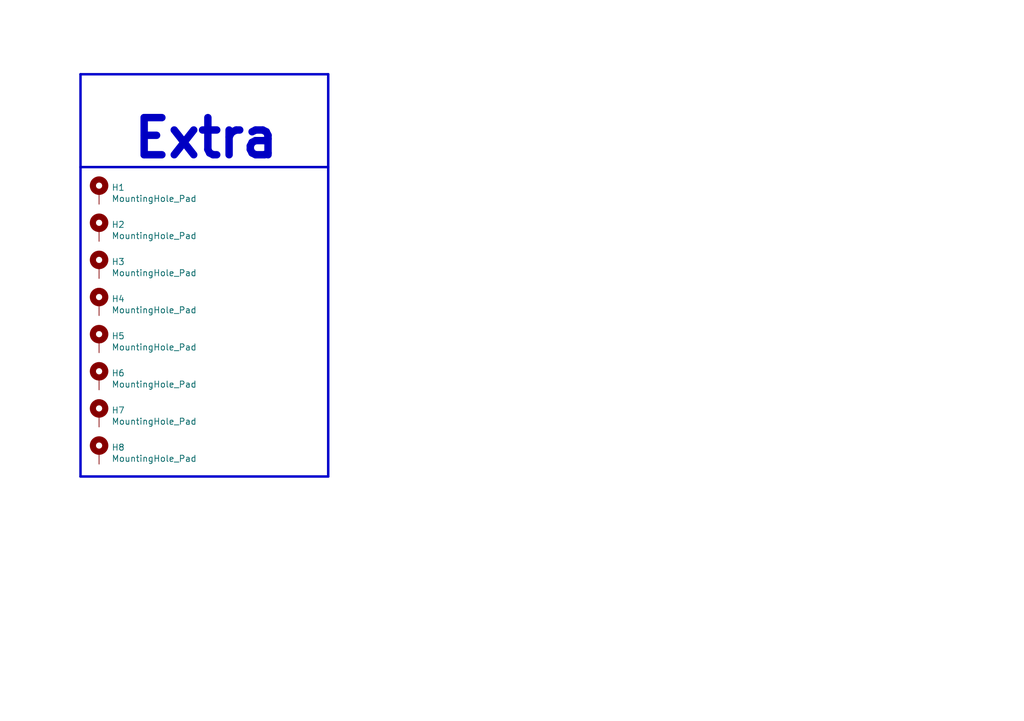
<source format=kicad_sch>
(kicad_sch (version 20210406) (generator eeschema)
  (paper "A5")
  (lib_symbols
    (symbol "Mechanical:MountingHole_Pad" (pin_numbers hide) (pin_names (offset 1.016) hide)
      (property "Reference" "H" (at 0 6.35 0))
      (property "Value" "MountingHole_Pad" (at 0 4.445 0))
      (symbol "MountingHole_Pad_0_1"
        (circle (center 0 1.27) (radius 1.27) (stroke (width 1.27)))
      )
      (symbol "MountingHole_Pad_1_1"
        (pin input line (at 0 -2.54 90) (length 2.54) (name "1") (number "1"))
      )
    )
  )
  (polyline (pts (xy 16.51 15.24) (xy 16.51 97.79)) (stroke (width 0.508) (type solid)))
  (polyline (pts (xy 16.51 15.24) (xy 67.31 15.24)) (stroke (width 0.508) (type solid)))
  (polyline (pts (xy 16.51 34.29) (xy 67.31 34.29)) (stroke (width 0.508) (type solid)))
  (polyline (pts (xy 16.51 97.79) (xy 67.31 97.79)) (stroke (width 0.508) (type solid)))
  (polyline (pts (xy 67.31 15.24) (xy 67.31 97.79)) (stroke (width 0.508) (type solid)))
  (text "Extra" (at 57.785 33.02 180) (effects (font (size 7.62 7.62) (thickness 1.524) bold) (justify right bottom)))
  (symbol (lib_id "Mechanical:MountingHole_Pad") (at 20.32 39.37 0) (unit 1)
    (property "Reference" "H1" (at 22.8601 38.4821 0) (effects (justify left)))
    (property "Value" "MountingHole_Pad" (at 22.8601 40.7808 0) (effects (justify left)))
    (property "Footprint" "MountingHole:MountingHole_2.2mm_M2_Pad" (effects hide))
  )
  (symbol (lib_id "Mechanical:MountingHole_Pad") (at 20.32 46.99 0) (unit 1)
    (property "Reference" "H2" (at 22.8601 46.1021 0) (effects (justify left)))
    (property "Value" "MountingHole_Pad" (at 22.8601 48.4008 0) (effects (justify left)))
    (property "Footprint" "MountingHole:MountingHole_2.2mm_M2_Pad" (effects hide))
  )
  (symbol (lib_id "Mechanical:MountingHole_Pad") (at 20.32 54.61 0) (unit 1)
    (property "Reference" "H3" (at 22.8601 53.7221 0) (effects (justify left)))
    (property "Value" "MountingHole_Pad" (at 22.8601 56.0208 0) (effects (justify left)))
    (property "Footprint" "MountingHole:MountingHole_2.2mm_M2_Pad" (effects hide))
  )
  (symbol (lib_id "Mechanical:MountingHole_Pad") (at 20.32 62.23 0) (unit 1)
    (property "Reference" "H4" (at 22.8601 61.3421 0) (effects (justify left)))
    (property "Value" "MountingHole_Pad" (at 22.8601 63.6408 0) (effects (justify left)))
    (property "Footprint" "MountingHole:MountingHole_2.2mm_M2_Pad" (effects hide))
  )
  (symbol (lib_id "Mechanical:MountingHole_Pad") (at 20.32 69.85 0) (unit 1)
    (property "Reference" "H5" (at 22.8601 68.9621 0) (effects (justify left)))
    (property "Value" "MountingHole_Pad" (at 22.8601 71.2608 0) (effects (justify left)))
    (property "Footprint" "MountingHole:MountingHole_2.2mm_M2_Pad" (effects hide))
  )
  (symbol (lib_id "Mechanical:MountingHole_Pad") (at 20.32 77.47 0) (unit 1)
    (property "Reference" "H6" (at 22.8601 76.5821 0) (effects (justify left)))
    (property "Value" "MountingHole_Pad" (at 22.8601 78.8808 0) (effects (justify left)))
    (property "Footprint" "MountingHole:MountingHole_2.2mm_M2_Pad" (effects hide))
  )
  (symbol (lib_id "Mechanical:MountingHole_Pad") (at 20.32 85.09 0) (unit 1)
    (property "Reference" "H7" (at 22.8601 84.2021 0) (effects (justify left)))
    (property "Value" "MountingHole_Pad" (at 22.8601 86.5008 0) (effects (justify left)))
    (property "Footprint" "MountingHole:MountingHole_2.2mm_M2_Pad" (effects hide))
  )
  (symbol (lib_id "Mechanical:MountingHole_Pad") (at 20.32 92.71 0) (unit 1)
    (property "Reference" "H8" (at 22.8601 91.8221 0) (effects (justify left)))
    (property "Value" "MountingHole_Pad" (at 22.8601 94.1208 0) (effects (justify left)))
    (property "Footprint" "MountingHole:MountingHole_2.2mm_M2_Pad" (effects hide))
  )
)
</source>
